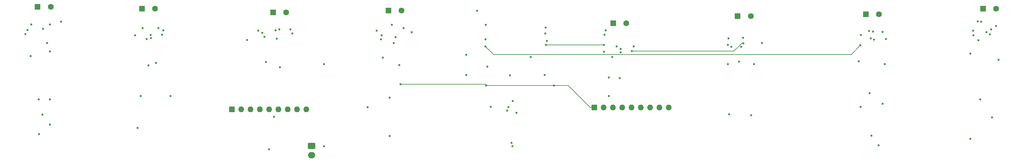
<source format=gbr>
%TF.GenerationSoftware,KiCad,Pcbnew,8.0.8*%
%TF.CreationDate,2025-05-04T20:59:53-05:00*%
%TF.ProjectId,Feedback_sleeve,46656564-6261-4636-9b5f-736c65657665,rev?*%
%TF.SameCoordinates,Original*%
%TF.FileFunction,Copper,L11,Inr*%
%TF.FilePolarity,Positive*%
%FSLAX46Y46*%
G04 Gerber Fmt 4.6, Leading zero omitted, Abs format (unit mm)*
G04 Created by KiCad (PCBNEW 8.0.8) date 2025-05-04 20:59:53*
%MOMM*%
%LPD*%
G01*
G04 APERTURE LIST*
G04 Aperture macros list*
%AMRoundRect*
0 Rectangle with rounded corners*
0 $1 Rounding radius*
0 $2 $3 $4 $5 $6 $7 $8 $9 X,Y pos of 4 corners*
0 Add a 4 corners polygon primitive as box body*
4,1,4,$2,$3,$4,$5,$6,$7,$8,$9,$2,$3,0*
0 Add four circle primitives for the rounded corners*
1,1,$1+$1,$2,$3*
1,1,$1+$1,$4,$5*
1,1,$1+$1,$6,$7*
1,1,$1+$1,$8,$9*
0 Add four rect primitives between the rounded corners*
20,1,$1+$1,$2,$3,$4,$5,0*
20,1,$1+$1,$4,$5,$6,$7,0*
20,1,$1+$1,$6,$7,$8,$9,0*
20,1,$1+$1,$8,$9,$2,$3,0*%
G04 Aperture macros list end*
%TA.AperFunction,ComponentPad*%
%ADD10RoundRect,0.250000X-0.550000X-0.550000X0.550000X-0.550000X0.550000X0.550000X-0.550000X0.550000X0*%
%TD*%
%TA.AperFunction,ComponentPad*%
%ADD11C,1.600000*%
%TD*%
%TA.AperFunction,ComponentPad*%
%ADD12R,1.600000X1.600000*%
%TD*%
%TA.AperFunction,ComponentPad*%
%ADD13O,1.600000X1.600000*%
%TD*%
%TA.AperFunction,ComponentPad*%
%ADD14RoundRect,0.250000X-0.750000X0.600000X-0.750000X-0.600000X0.750000X-0.600000X0.750000X0.600000X0*%
%TD*%
%TA.AperFunction,ComponentPad*%
%ADD15O,2.000000X1.700000*%
%TD*%
%TA.AperFunction,ViaPad*%
%ADD16C,0.600000*%
%TD*%
%TA.AperFunction,Conductor*%
%ADD17C,0.200000*%
%TD*%
G04 APERTURE END LIST*
D10*
%TO.N,Net-(J7-Pin_1)*%
%TO.C,J7*%
X242900000Y-17500000D03*
D11*
%TO.N,Net-(J7-Pin_2)*%
X246500000Y-17500000D03*
%TD*%
D10*
%TO.N,Net-(J8-Pin_1)*%
%TO.C,J8*%
X274900000Y-16000000D03*
D11*
%TO.N,Net-(J8-Pin_2)*%
X278500000Y-16000000D03*
%TD*%
D10*
%TO.N,Net-(J2-Pin_1)*%
%TO.C,J2*%
X45200000Y-16000000D03*
D11*
%TO.N,Net-(J2-Pin_2)*%
X48800000Y-16000000D03*
%TD*%
D10*
%TO.N,Net-(J6-Pin_1)*%
%TO.C,J6*%
X207900000Y-18000000D03*
D11*
%TO.N,Net-(J6-Pin_2)*%
X211500000Y-18000000D03*
%TD*%
D10*
%TO.N,Net-(J3-Pin_1)*%
%TO.C,J3*%
X81000000Y-17000000D03*
D11*
%TO.N,Net-(J3-Pin_2)*%
X84600000Y-17000000D03*
%TD*%
D12*
%TO.N,Net-(RN1-common)*%
%TO.C,RN2*%
X69760000Y-43500000D03*
D13*
%TO.N,Net-(RN2-R1)*%
X72300000Y-43500000D03*
%TO.N,Net-(RN2-R2)*%
X74840000Y-43500000D03*
%TO.N,Net-(RN2-R3)*%
X77380000Y-43500000D03*
%TO.N,Net-(RN2-R4)*%
X79920000Y-43500000D03*
%TO.N,Net-(RN2-R5)*%
X82460000Y-43500000D03*
%TO.N,Net-(RN2-R6)*%
X85000000Y-43500000D03*
%TO.N,Net-(RN2-R7)*%
X87540000Y-43500000D03*
%TO.N,Net-(RN2-R8)*%
X90080000Y-43500000D03*
%TD*%
D14*
%TO.N,Net-(J9-Pin_1)*%
%TO.C,J9*%
X91500000Y-53500000D03*
D15*
%TO.N,Net-(J9-Pin_2)*%
X91500000Y-56000000D03*
%TD*%
D10*
%TO.N,Net-(J4-Pin_1)*%
%TO.C,J4*%
X112500000Y-16500000D03*
D11*
%TO.N,Net-(J4-Pin_2)*%
X116100000Y-16500000D03*
%TD*%
D12*
%TO.N,Net-(RN1-common)*%
%TO.C,RN1*%
X168760000Y-43000000D03*
D13*
%TO.N,Net-(RN1-R1)*%
X171300000Y-43000000D03*
%TO.N,Net-(RN1-R2)*%
X173840000Y-43000000D03*
%TO.N,Net-(RN1-R3)*%
X176380000Y-43000000D03*
%TO.N,Net-(RN1-R4)*%
X178920000Y-43000000D03*
%TO.N,Net-(RN1-R5)*%
X181460000Y-43000000D03*
%TO.N,Net-(RN1-R6)*%
X184000000Y-43000000D03*
%TO.N,Net-(RN1-R7)*%
X186540000Y-43000000D03*
%TO.N,Net-(RN1-R8)*%
X189080000Y-43000000D03*
%TD*%
D10*
%TO.N,Net-(J1-Pin_1)*%
%TO.C,J1*%
X16700000Y-15500000D03*
D11*
%TO.N,Net-(J1-Pin_2)*%
X20300000Y-15500000D03*
%TD*%
D10*
%TO.N,Net-(J5-Pin_1)*%
%TO.C,J5*%
X173900000Y-20000000D03*
D11*
%TO.N,Net-(J5-Pin_2)*%
X177500000Y-20000000D03*
%TD*%
D16*
%TO.N,Net-(U1-GND)*%
X17095500Y-50321100D03*
X171377100Y-27752000D03*
X205594700Y-44905300D03*
X14834800Y-28967500D03*
X179017600Y-27617400D03*
X47589500Y-23225400D03*
X110467800Y-24348000D03*
X172682700Y-34819700D03*
X112842700Y-40329300D03*
X208245400Y-30467500D03*
X50728400Y-23100000D03*
X209432800Y-25440000D03*
X272252400Y-23280900D03*
X171566300Y-23086900D03*
X79067000Y-30518700D03*
X46961400Y-31470500D03*
X244401700Y-50745200D03*
X243947400Y-39076400D03*
X44866000Y-39904100D03*
X17001400Y-40829300D03*
X240951400Y-30411500D03*
X274157400Y-40829300D03*
X78663200Y-23693200D03*
X271418700Y-28282100D03*
X110979400Y-29408200D03*
X155457500Y-21133100D03*
X13395100Y-22941500D03*
X214570700Y-25376200D03*
X245123800Y-24500000D03*
%TO.N,Net-(U2-REG)*%
X274410700Y-19564400D03*
X279125700Y-29974700D03*
%TO.N,Net-(U4-REG)*%
X175674700Y-34923400D03*
%TO.N,Net-(U5-REG)*%
X113469400Y-20366500D03*
X115453800Y-31382200D03*
%TO.N,Net-(U10-REG)*%
X45411400Y-21344600D03*
X49065500Y-30811900D03*
%TO.N,Net-(U6-REG)*%
X15016300Y-20335300D03*
X20090700Y-47685200D03*
%TO.N,Net-(U9-REG)*%
X76938700Y-22008700D03*
X82922700Y-31970500D03*
%TO.N,Net-(U7-REG)*%
X243781600Y-22118400D03*
X246384400Y-53336900D03*
%TO.N,Net-(J1-Pin_1)*%
X19292700Y-25376200D03*
%TO.N,Net-(J1-Pin_2)*%
X23082700Y-19564400D03*
%TO.N,Net-(J2-Pin_2)*%
X51017600Y-21908700D03*
%TO.N,Net-(J2-Pin_1)*%
X47668900Y-24070700D03*
%TO.N,Net-(J3-Pin_2)*%
X85786700Y-21656900D03*
%TO.N,Net-(J3-Pin_1)*%
X86280400Y-22742700D03*
%TO.N,Net-(J4-Pin_1)*%
X114461700Y-23761600D03*
%TO.N,Net-(J4-Pin_2)*%
X118886400Y-22470300D03*
%TO.N,Net-(J5-Pin_2)*%
X179457200Y-26300300D03*
%TO.N,Net-(J5-Pin_1)*%
X175926200Y-27900000D03*
%TO.N,Net-(J6-Pin_1)*%
X208896100Y-26420700D03*
%TO.N,Net-(J7-Pin_1)*%
X248395400Y-24250000D03*
%TO.N,Net-(J7-Pin_2)*%
X244868400Y-22227600D03*
%TO.N,Net-(J8-Pin_1)*%
X276779600Y-23010400D03*
%TO.N,Net-(J8-Pin_2)*%
X277122500Y-21666800D03*
%TO.N,Net-(J9-Pin_1)*%
X145754700Y-34211000D03*
X94890700Y-31188000D03*
%TO.N,Net-(U1-PC01_A1_D1)*%
X173685700Y-29242000D03*
X171845900Y-21950500D03*
X139125100Y-20375000D03*
%TO.N,Net-(U1-PC05_A5_D5_SCL)*%
X139557100Y-31818900D03*
%TO.N,Net-(U1-PA03_A8_D8_SCK)*%
X82011000Y-24176200D03*
%TO.N,Net-(U1-PC00_A0_D0)*%
X273512700Y-19481600D03*
X273612700Y-24641500D03*
X136778700Y-16617400D03*
%TO.N,Net-(U1-PC06_A6_D6_TX)*%
X133786700Y-34093900D03*
X205249400Y-31188000D03*
X206170900Y-26416600D03*
%TO.N,Net-(U1-PC02_A2_D2)*%
X139058900Y-24413400D03*
X113954100Y-25376200D03*
%TO.N,Net-(U1-PA04_A9_D9_MISO)*%
X46445800Y-24270700D03*
X151344000Y-29168400D03*
%TO.N,Net-(U1-PC04_A4_D4_SDA)*%
X133786700Y-28647700D03*
%TO.N,Net-(U1-PC07_A7_D7_RX)*%
X155190200Y-34138800D03*
%TO.N,Net-(U1-PC03_A3_D3)*%
X139058900Y-26342800D03*
X241421900Y-25985700D03*
%TO.N,Net-(RN1-common)*%
X139214400Y-36999800D03*
X247484100Y-22339600D03*
X157739200Y-36999800D03*
X20092300Y-40829300D03*
X20090700Y-27682400D03*
X116668800Y-21334700D03*
X53002700Y-39905700D03*
X115830300Y-36619000D03*
X82695300Y-21708700D03*
X278429300Y-20774000D03*
X20090700Y-20330100D03*
X248039400Y-31188000D03*
X247482700Y-41982700D03*
X212337400Y-31188000D03*
X211578700Y-45078700D03*
X175924200Y-26989200D03*
X49716200Y-21330200D03*
X155381200Y-22754500D03*
X209417200Y-23983900D03*
%TO.N,Net-(RN1-R6)*%
X81279700Y-45523400D03*
X81692800Y-21917300D03*
%TO.N,Net-(RN1-R7)*%
X205374400Y-24104900D03*
%TO.N,Net-(RN1-R2)*%
X18070000Y-44981300D03*
X18194400Y-21458700D03*
%TO.N,Net-(RN1-R8)*%
X205233400Y-25927500D03*
%TO.N,Net-(RN1-R5)*%
X78041100Y-22633100D03*
X79930700Y-54435200D03*
%TO.N,Net-(RN1-R3)*%
X43340400Y-23250000D03*
X44026700Y-48623400D03*
%TO.N,Net-(RN1-R1)*%
X13996600Y-21818200D03*
X145314800Y-42912200D03*
%TO.N,Net-(RN1-R4)*%
X144991400Y-43836400D03*
%TO.N,Net-(RN2-R5)*%
X277402700Y-45717500D03*
X275844500Y-22470700D03*
%TO.N,Net-(RN2-R6)*%
X146389300Y-53624600D03*
X272168000Y-21999100D03*
X94871000Y-53624600D03*
X271418700Y-51529300D03*
%TO.N,Net-(RN2-R7)*%
X155792100Y-24795800D03*
X147504600Y-44475500D03*
X244286900Y-24161600D03*
%TO.N,Net-(RN2-R4)*%
X146160000Y-52645400D03*
X171326500Y-25862500D03*
X155558000Y-25896600D03*
%TO.N,Net-(RN2-R8)*%
X241531400Y-23154400D03*
X241498700Y-42811600D03*
%TO.N,Net-(RN2-R2)*%
X140461900Y-42812200D03*
X106858700Y-42942100D03*
X110618800Y-23261600D03*
%TO.N,Net-(RN2-R3)*%
X172682700Y-39905700D03*
X174878000Y-26284700D03*
X146470800Y-41259900D03*
%TO.N,Net-(RN2-R1)*%
X73946700Y-24529200D03*
X112842700Y-50827800D03*
X109318900Y-22028000D03*
%TD*%
D17*
%TO.N,Net-(U1-GND)*%
X206848600Y-27617400D02*
X209026000Y-25440000D01*
X179017600Y-27617400D02*
X206848600Y-27617400D01*
X209026000Y-25440000D02*
X209432800Y-25440000D01*
%TO.N,Net-(U1-PC03_A3_D3)*%
X139058900Y-26342800D02*
X141217900Y-28501800D01*
X141217900Y-28501800D02*
X238905800Y-28501800D01*
X238905800Y-28501800D02*
X241421900Y-25985700D01*
%TO.N,Net-(RN1-common)*%
X139214400Y-36619000D02*
X139214400Y-36999800D01*
X168760000Y-43000000D02*
X167658300Y-43000000D01*
X157739200Y-36999800D02*
X139214400Y-36999800D01*
X139214400Y-36619000D02*
X115830300Y-36619000D01*
X167658300Y-43000000D02*
X161658100Y-36999800D01*
X161658100Y-36999800D02*
X157739200Y-36999800D01*
%TO.N,Net-(RN2-R4)*%
X171326500Y-25862500D02*
X155592100Y-25862500D01*
X155592100Y-25862500D02*
X155558000Y-25896600D01*
%TD*%
M02*

</source>
